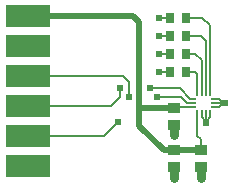
<source format=gtl>
G04 Layer_Physical_Order=1*
G04 Layer_Color=25308*
%FSLAX25Y25*%
%MOIN*%
G70*
G01*
G75*
%ADD10R,0.03150X0.03740*%
%ADD11R,0.15000X0.07600*%
%ADD12R,0.04134X0.03740*%
%ADD13O,0.01378X0.00787*%
%ADD14O,0.00787X0.01378*%
%ADD15C,0.00600*%
%ADD16C,0.02000*%
%ADD17C,0.03000*%
%ADD18C,0.02400*%
D10*
X159941Y466500D02*
D03*
X165059D02*
D03*
X159941Y472500D02*
D03*
X165059D02*
D03*
X159941Y478500D02*
D03*
X165059D02*
D03*
X159941Y484500D02*
D03*
X165059D02*
D03*
D11*
X112500Y455000D02*
D03*
Y465000D02*
D03*
Y475000D02*
D03*
Y485000D02*
D03*
Y445000D02*
D03*
Y435000D02*
D03*
D12*
X161000Y454354D02*
D03*
Y448646D02*
D03*
X170000Y440354D02*
D03*
Y434646D02*
D03*
X161000Y440354D02*
D03*
Y434646D02*
D03*
D13*
X174150Y457378D02*
D03*
Y456000D02*
D03*
Y454622D02*
D03*
X167850D02*
D03*
Y456000D02*
D03*
Y457378D02*
D03*
D14*
X173067Y452850D02*
D03*
X171689D02*
D03*
X170311D02*
D03*
X168933D02*
D03*
Y459150D02*
D03*
X170311D02*
D03*
X171689D02*
D03*
X173067D02*
D03*
D15*
X143000Y458000D02*
Y461000D01*
X156000Y472500D02*
X159941D01*
X156000Y478500D02*
X159941D01*
X156000Y484500D02*
X159941D01*
X137750Y445000D02*
X142500Y449750D01*
X112500Y445000D02*
X137750D01*
X156000Y466500D02*
X159941D01*
X155500Y458000D02*
X163500D01*
X153000Y461000D02*
X163000D01*
X166622Y457378D01*
X173067Y459150D02*
Y481933D01*
X170500Y484500D02*
X173067Y481933D01*
X165059Y484500D02*
X170500D01*
X170000Y478500D02*
X171689Y476811D01*
X165059Y478500D02*
X170000D01*
X165059Y472500D02*
X168000D01*
X170311Y470189D01*
X165059Y466500D02*
X168000D01*
X168933Y465567D01*
X146000Y458000D02*
Y463000D01*
X144000Y465000D02*
X146000Y463000D01*
X112500Y465000D02*
X144000D01*
X112500Y455000D02*
X140000D01*
X143000Y458000D01*
X161268Y454622D02*
X167850D01*
X168933Y445067D02*
Y452850D01*
Y445067D02*
X170000Y444000D01*
Y440354D02*
Y444000D01*
X170311Y451189D02*
Y452850D01*
X171689Y449811D02*
Y452850D01*
X173067Y451189D02*
Y452850D01*
X170311Y451189D02*
X171689Y449811D01*
X173067Y451189D01*
X171689Y449189D02*
Y449811D01*
X174150Y457378D02*
X176122D01*
X177500Y456000D01*
X174150D02*
X177500D01*
X174150Y454622D02*
X176122D01*
X177500Y456000D01*
X178500D01*
X168933Y459150D02*
Y465567D01*
X170311Y459150D02*
Y470189D01*
X171689Y459150D02*
Y476811D01*
X165500Y456000D02*
X167850D01*
X166622Y457378D02*
X167850D01*
X163500Y458000D02*
X165500Y456000D01*
D16*
X161000Y440354D02*
X170000D01*
X149646Y454354D02*
X161000D01*
X157646Y440354D02*
X161000D01*
X149500Y448500D02*
X157646Y440354D01*
X147500Y485000D02*
X149500Y483000D01*
X112500Y485000D02*
X147500D01*
X149500Y448500D02*
Y475000D01*
Y483000D01*
D17*
X161000Y431000D02*
Y434646D01*
X170000Y431000D02*
Y434646D01*
X161000Y445500D02*
Y448646D01*
D18*
X143000Y461000D02*
D03*
X156000Y484500D02*
D03*
Y478500D02*
D03*
Y472500D02*
D03*
X155500Y458000D02*
D03*
X153000Y461000D02*
D03*
X142500Y449750D02*
D03*
X156000Y466500D02*
D03*
X146000Y458000D02*
D03*
X161000Y445500D02*
D03*
X170000Y431000D02*
D03*
X161000D02*
D03*
X171689Y449189D02*
D03*
X178000Y456000D02*
D03*
M02*

</source>
